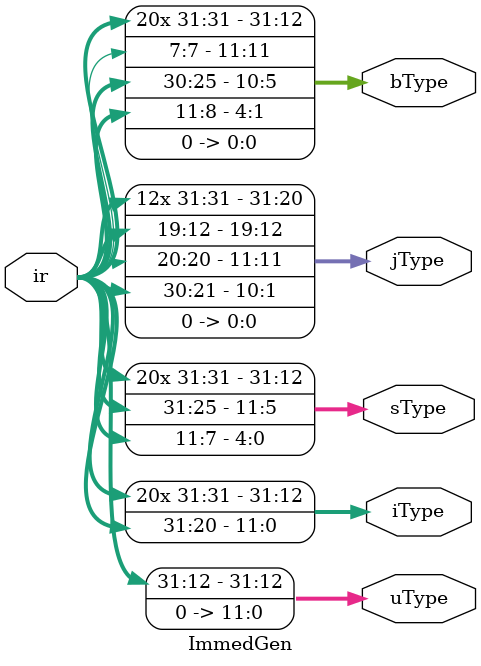
<source format=sv>
`timescale 1ns / 1ps


module ImmedGen(
    input [31:0] ir,
    output [31:0] uType,
    output [31:0] iType,
    output [31:0] sType,
    output [31:0] jType,
    output [31:0] bType
    );
    
	assign uType = {ir[31:12], {12{1'b0}}};
	assign iType = {{20{ir[31]}}, ir[31:20]};
	assign sType = {{20{ir[31]}}, ir[31:25], ir[11:7]};
	assign jType = {{12{ir[31]}}, ir[19:12], ir[20], ir[30:21], 1'b0};
	// byte aligned addresses
	assign bType = {{20{ir[31]}}, ir[7], ir[30:25], ir[11:8], 1'b0}; 
    // word aligned address
    //assign bType = {{21{ir[31]}}, ir[7], ir[30:25], ir[11:8], 1b'0};
    
endmodule

</source>
